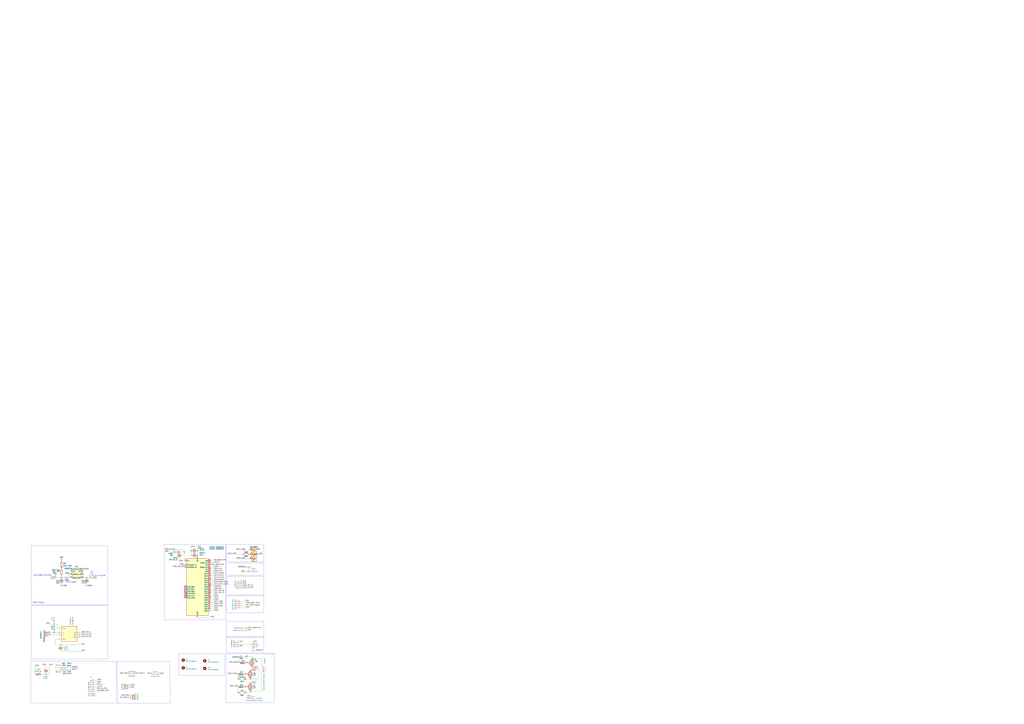
<source format=kicad_sch>
(kicad_sch (version 20211123) (generator eeschema)
  (paper "A0")
  (title_block (title "Smart Coffee Machine - Developer Board") (rev "0") (company "AeonLabs") (comment 1 "License Creative Commons 2022"))
  (lib_symbols
    (symbol "Connector:Conn_01x02_Female" (pin_names (offset 1.016) hide)
      (property "Reference" "J" (at 0 2.54 0))
      (property "Value" "Conn_01x02_Female" (at 0 -5.08 0))
      (symbol "Conn_01x02_Female_1_1"
        (arc (start 0 -2.032) (mid -0.508 -2.54) (end 0 -3.048) (stroke (width 0.1524)))
        (polyline (pts (xy -1.27 -2.54) (xy -0.508 -2.54)) (stroke (width 0.1524)))
        (polyline (pts (xy -1.27 0) (xy -0.508 0)) (stroke (width 0.1524)))
        (arc (start 0 0.508) (mid -0.508 0) (end 0 -0.508) (stroke (width 0.1524)))
        (pin passive line (at -5.08 0 0) (length 3.81) (name "Pin_1") (number "1"))
        (pin passive line (at -5.08 -2.54 0) (length 3.81) (name "Pin_2") (number "2"))
      )
    )
    (symbol "Connector:Conn_01x03_Female" (pin_names (offset 1.016) hide)
      (property "Reference" "J" (at 0 5.08 0))
      (property "Value" "Conn_01x03_Female" (at 0 -5.08 0))
      (symbol "Conn_01x03_Female_1_1"
        (arc (start 0 -2.032) (mid -0.508 -2.54) (end 0 -3.048) (stroke (width 0.1524)))
        (polyline (pts (xy -1.27 -2.54) (xy -0.508 -2.54)) (stroke (width 0.1524)))
        (polyline (pts (xy -1.27 0) (xy -0.508 0)) (stroke (width 0.1524)))
        (polyline (pts (xy -1.27 2.54) (xy -0.508 2.54)) (stroke (width 0.1524)))
        (arc (start 0 0.508) (mid -0.508 0) (end 0 -0.508) (stroke (width 0.1524)))
        (arc (start 0 3.048) (mid -0.508 2.54) (end 0 2.032) (stroke (width 0.1524)))
        (pin passive line (at -5.08 2.54 0) (length 3.81) (name "Pin_1") (number "1"))
        (pin passive line (at -5.08 0 0) (length 3.81) (name "Pin_2") (number "2"))
        (pin passive line (at -5.08 -2.54 0) (length 3.81) (name "Pin_3") (number "3"))
      )
    )
    (symbol "Connector:Conn_01x03_Male" (pin_names (offset 1.016) hide)
      (property "Reference" "J" (at 0 5.08 0))
      (property "Value" "Conn_01x03_Male" (at 0 -5.08 0))
      (symbol "Conn_01x03_Male_1_1"
        (polyline (pts (xy 1.27 -2.54) (xy 0.8636 -2.54)) (stroke (width 0.1524)))
        (polyline (pts (xy 1.27 0) (xy 0.8636 0)) (stroke (width 0.1524)))
        (polyline (pts (xy 1.27 2.54) (xy 0.8636 2.54)) (stroke (width 0.1524)))
        (rectangle (start 0.8636 -2.413) (end 0 -2.667) (stroke (width 0.1524)) (fill (type outline)))
        (rectangle (start 0.8636 0.127) (end 0 -0.127) (stroke (width 0.1524)) (fill (type outline)))
        (rectangle (start 0.8636 2.667) (end 0 2.413) (stroke (width 0.1524)) (fill (type outline)))
        (pin passive line (at 5.08 2.54 180) (length 3.81) (name "Pin_1") (number "1"))
        (pin passive line (at 5.08 0 180) (length 3.81) (name "Pin_2") (number "2"))
        (pin passive line (at 5.08 -2.54 180) (length 3.81) (name "Pin_3") (number "3"))
      )
    )
    (symbol "Connector:Conn_01x04_Male" (pin_names (offset 1.016) hide)
      (property "Reference" "J" (at 0 5.08 0))
      (property "Value" "Conn_01x04_Male" (at 0 -7.62 0))
      (symbol "Conn_01x04_Male_1_1"
        (polyline (pts (xy 1.27 -5.08) (xy 0.8636 -5.08)) (stroke (width 0.1524)))
        (polyline (pts (xy 1.27 -2.54) (xy 0.8636 -2.54)) (stroke (width 0.1524)))
        (polyline (pts (xy 1.27 0) (xy 0.8636 0)) (stroke (width 0.1524)))
        (polyline (pts (xy 1.27 2.54) (xy 0.8636 2.54)) (stroke (width 0.1524)))
        (rectangle (start 0.8636 -4.953) (end 0 -5.207) (stroke (width 0.1524)) (fill (type outline)))
        (rectangle (start 0.8636 -2.413) (end 0 -2.667) (stroke (width 0.1524)) (fill (type outline)))
        (rectangle (start 0.8636 0.127) (end 0 -0.127) (stroke (width 0.1524)) (fill (type outline)))
        (rectangle (start 0.8636 2.667) (end 0 2.413) (stroke (width 0.1524)) (fill (type outline)))
        (pin passive line (at 5.08 2.54 180) (length 3.81) (name "Pin_1") (number "1"))
        (pin passive line (at 5.08 0 180) (length 3.81) (name "Pin_2") (number "2"))
        (pin passive line (at 5.08 -2.54 180) (length 3.81) (name "Pin_3") (number "3"))
        (pin passive line (at 5.08 -5.08 180) (length 3.81) (name "Pin_4") (number "4"))
      )
    )
    (symbol "Connector:Conn_01x08_Male" (pin_names (offset 1.016) hide)
      (property "Reference" "J" (at 0 10.16 0))
      (property "Value" "Conn_01x08_Male" (at 0 -12.7 0))
      (symbol "Conn_01x08_Male_1_1"
        (polyline (pts (xy 1.27 -10.16) (xy 0.8636 -10.16)) (stroke (width 0.1524)))
        (polyline (pts (xy 1.27 -7.62) (xy 0.8636 -7.62)) (stroke (width 0.1524)))
        (polyline (pts (xy 1.27 -5.08) (xy 0.8636 -5.08)) (stroke (width 0.1524)))
        (polyline (pts (xy 1.27 -2.54) (xy 0.8636 -2.54)) (stroke (width 0.1524)))
        (polyline (pts (xy 1.27 0) (xy 0.8636 0)) (stroke (width 0.1524)))
        (polyline (pts (xy 1.27 2.54) (xy 0.8636 2.54)) (stroke (width 0.1524)))
        (polyline (pts (xy 1.27 5.08) (xy 0.8636 5.08)) (stroke (width 0.1524)))
        (polyline (pts (xy 1.27 7.62) (xy 0.8636 7.62)) (stroke (width 0.1524)))
        (rectangle (start 0.8636 -10.033) (end 0 -10.287) (stroke (width 0.1524)) (fill (type outline)))
        (rectangle (start 0.8636 -7.493) (end 0 -7.747) (stroke (width 0.1524)) (fill (type outline)))
        (rectangle (start 0.8636 -4.953) (end 0 -5.207) (stroke (width 0.1524)) (fill (type outline)))
        (rectangle (start 0.8636 -2.413) (end 0 -2.667) (stroke (width 0.1524)) (fill (type outline)))
        (rectangle (start 0.8636 0.127) (end 0 -0.127) (stroke (width 0.1524)) (fill (type outline)))
        (rectangle (start 0.8636 2.667) (end 0 2.413) (stroke (width 0.1524)) (fill (type outline)))
        (rectangle (start 0.8636 5.207) (end 0 4.953) (stroke (width 0.1524)) (fill (type outline)))
        (rectangle (start 0.8636 7.747) (end 0 7.493) (stroke (width 0.1524)) (fill (type outline)))
        (pin passive line (at 5.08 7.62 180) (length 3.81) (name "Pin_1") (number "1"))
        (pin passive line (at 5.08 5.08 180) (length 3.81) (name "Pin_2") (number "2"))
        (pin passive line (at 5.08 2.54 180) (length 3.81) (name "Pin_3") (number "3"))
        (pin passive line (at 5.08 0 180) (length 3.81) (name "Pin_4") (number "4"))
        (pin passive line (at 5.08 -2.54 180) (length 3.81) (name "Pin_5") (number "5"))
        (pin passive line (at 5.08 -5.08 180) (length 3.81) (name "Pin_6") (number "6"))
        (pin passive line (at 5.08 -7.62 180) (length 3.81) (name "Pin_7") (number "7"))
        (pin passive line (at 5.08 -10.16 180) (length 3.81) (name "Pin_8") (number "8"))
      )
    )
    (symbol "Connector:Screw_Terminal_01x02" (pin_names (offset 1.016) hide)
      (property "Reference" "J" (at 0 2.54 0))
      (property "Value" "Screw_Terminal_01x02" (at 0 -5.08 0))
      (symbol "Screw_Terminal_01x02_1_1"
        (rectangle (start -1.27 1.27) (end 1.27 -3.81) (stroke (width 0.254)) (fill (type background)))
        (circle (center 0 -2.54) (radius 0.635) (stroke (width 0.1524)))
        (polyline (pts (xy -0.5334 -2.2098) (xy 0.3302 -3.048)) (stroke (width 0.1524)))
        (polyline (pts (xy -0.5334 0.3302) (xy 0.3302 -0.508)) (stroke (width 0.1524)))
        (polyline (pts (xy -0.3556 -2.032) (xy 0.508 -2.8702)) (stroke (width 0.1524)))
        (polyline (pts (xy -0.3556 0.508) (xy 0.508 -0.3302)) (stroke (width 0.1524)))
        (circle (center 0 0) (radius 0.635) (stroke (width 0.1524)))
        (pin passive line (at -5.08 0 0) (length 3.81) (name "Pin_1") (number "1"))
        (pin passive line (at -5.08 -2.54 0) (length 3.81) (name "Pin_2") (number "2"))
      )
    )
    (symbol "Connector:TestPoint" (pin_numbers hide) (pin_names (offset 0.762) hide)
      (property "Reference" "TP" (at 0 6.858 0))
      (property "Value" "TestPoint" (at 0 5.08 0))
      (symbol "TestPoint_0_1"
        (circle (center 0 3.302) (radius 0.762))
      )
      (symbol "TestPoint_1_1"
        (pin passive line (at 0 0 90) (length 2.54) (name "1") (number "1"))
      )
    )
    (symbol "Connector:TestPoint_2Pole" (pin_names (offset 0.762) hide)
      (property "Reference" "TP" (at 0 1.524 0))
      (property "Value" "TestPoint_2Pole" (at 0 -1.778 0))
      (symbol "TestPoint_2Pole_0_1"
        (circle (center -1.778 0) (radius 0.762))
        (circle (center 1.778 0) (radius 0.762))
        (pin passive line (at -5.08 0 0) (length 2.54) (name "1") (number "1"))
        (pin passive line (at 5.08 0 180) (length 2.54) (name "2") (number "2"))
      )
    )
    (symbol "Device:Buzzer" (pin_names (offset 0.0254) hide)
      (property "Reference" "BZ" (at 3.81 1.27 0))
      (property "Value" "Buzzer" (at 3.81 -1.27 0))
      (symbol "Buzzer_0_1"
        (arc (start 0 -3.175) (mid 3.175 0) (end 0 3.175))
        (polyline (pts (xy -1.651 1.905) (xy -1.143 1.905)))
        (polyline (pts (xy -1.397 2.159) (xy -1.397 1.651)))
        (polyline (pts (xy 0 3.175) (xy 0 -3.175)))
      )
      (symbol "Buzzer_1_1"
        (pin passive line (at -2.54 2.54 0) (length 2.54) (name "-") (number "1"))
        (pin passive line (at -2.54 -2.54 0) (length 2.54) (name "+") (number "2"))
      )
    )
    (symbol "Device:C" (pin_numbers hide) (pin_names (offset 0.254))
      (property "Reference" "C" (at 0.635 2.54 0))
      (property "Value" "C" (at 0.635 -2.54 0))
      (symbol "C_0_1"
        (polyline (pts (xy -2.032 -0.762) (xy 2.032 -0.762)) (stroke (width 0.508)))
        (polyline (pts (xy -2.032 0.762) (xy 2.032 0.762)) (stroke (width 0.508)))
      )
      (symbol "C_1_1"
        (pin passive line (at 0 3.81 270) (length 2.794) (name "~") (number "1"))
        (pin passive line (at 0 -3.81 90) (length 2.794) (name "~") (number "2"))
      )
    )
    (symbol "Device:L" (pin_numbers hide) (pin_names (offset 1.016) hide)
      (property "Reference" "L" (at -1.27 0 90))
      (property "Value" "L" (at 1.905 0 90))
      (symbol "L_0_1"
        (arc (start 0 -2.54) (mid 0.635 -1.905) (end 0 -1.27))
        (arc (start 0 -1.27) (mid 0.635 -0.635) (end 0 0))
        (arc (start 0 0) (mid 0.635 0.635) (end 0 1.27))
        (arc (start 0 1.27) (mid 0.635 1.905) (end 0 2.54))
      )
      (symbol "L_1_1"
        (pin passive line (at 0 3.81 270) (length 1.27) (name "1") (number "1"))
        (pin passive line (at 0 -3.81 90) (length 1.27) (name "2") (number "2"))
      )
    )
    (symbol "Device:LED_GBRC" (pin_names (offset 0) hide)
      (property "Reference" "D" (at 0 9.398 0))
      (property "Value" "Device_LED_GBRC" (at 0 -8.89 0))
      (symbol "LED_GBRC_0_0"
        (text "B" (at 1.905 -6.35 0) (effects (font (size 1.27 1.27))))
        (text "G" (at 1.905 -1.27 0) (effects (font (size 1.27 1.27))))
        (text "R" (at 1.905 3.81 0) (effects (font (size 1.27 1.27))))
      )
      (symbol "LED_GBRC_0_1"
        (circle (center -2.032 0) (radius 0.254) (fill (type outline)))
        (polyline (pts (xy -1.27 -5.08) (xy 1.27 -5.08)))
        (polyline (pts (xy -1.27 -3.81) (xy -1.27 -6.35)) (stroke (width 0.254)))
        (polyline (pts (xy -1.27 0) (xy -2.54 0)))
        (polyline (pts (xy -1.27 1.27) (xy -1.27 -1.27)) (stroke (width 0.254)))
        (polyline (pts (xy -1.27 5.08) (xy 1.27 5.08)))
        (polyline (pts (xy -1.27 6.35) (xy -1.27 3.81)) (stroke (width 0.254)))
        (polyline (pts (xy 1.27 -5.08) (xy 2.54 -5.08)))
        (polyline (pts (xy 1.27 0) (xy -1.27 0)))
        (polyline (pts (xy 1.27 0) (xy 2.54 0)))
        (polyline (pts (xy 1.27 5.08) (xy 2.54 5.08)))
        (polyline (pts (xy -1.27 1.27) (xy -1.27 -1.27) (xy -1.27 -1.27)))
        (polyline (pts (xy -1.27 6.35) (xy -1.27 3.81) (xy -1.27 3.81)))
        (polyline (pts (xy -1.27 5.08) (xy -2.032 5.08) (xy -2.032 -5.08) (xy -1.016 -5.08)))
        (polyline (pts (xy 1.27 -3.81) (xy 1.27 -6.35) (xy -1.27 -5.08) (xy 1.27 -3.81)) (stroke (width 0.254)))
        (polyline (pts (xy 1.27 1.27) (xy 1.27 -1.27) (xy -1.27 0) (xy 1.27 1.27)) (stroke (width 0.254)))
        (polyline (pts (xy 1.27 6.35) (xy 1.27 3.81) (xy -1.27 5.08) (xy 1.27 6.35)) (stroke (width 0.254)))
        (polyline (pts (xy -1.016 -3.81) (xy 0.508 -2.286) (xy -0.254 -2.286) (xy 0.508 -2.286) (xy 0.508 -3.048)))
        (polyline (pts (xy -1.016 1.27) (xy 0.508 2.794) (xy -0.254 2.794) (xy 0.508 2.794) (xy 0.508 2.032)))
        (polyline (pts (xy -1.016 6.35) (xy 0.508 7.874) (xy -0.254 7.874) (xy 0.508 7.874) (xy 0.508 7.112)))
        (polyline (pts (xy 0 -3.81) (xy 1.524 -2.286) (xy 0.762 -2.286) (xy 1.524 -2.286) (xy 1.524 -3.048)))
        (polyline (pts (xy 0 1.27) (xy 1.524 2.794) (xy 0.762 2.794) (xy 1.524 2.794) (xy 1.524 2.032)))
        (polyline (pts (xy 0 6.35) (xy 1.524 7.874) (xy 0.762 7.874) (xy 1.524 7.874) (xy 1.524 7.112)))
        (rectangle (start 1.27 -1.27) (end 1.27 1.27))
        (rectangle (start 1.27 1.27) (end 1.27 1.27))
        (rectangle (start 1.27 3.81) (end 1.27 6.35))
        (rectangle (start 1.27 6.35) (end 1.27 6.35))
        (rectangle (start 2.794 8.382) (end -2.794 -7.62) (stroke (width 0.254)) (fill (type background)))
      )
      (symbol "LED_GBRC_1_1"
        (pin passive line (at 5.08 0 180) (length 2.54) (name "GA") (number "1"))
        (pin passive line (at 5.08 -5.08 180) (length 2.54) (name "BA") (number "2"))
        (pin passive line (at 5.08 5.08 180) (length 2.54) (name "RA") (number "3"))
        (pin passive line (at -5.08 0 0) (length 2.54) (name "K") (number "4"))
      )
    )
    (symbol "Device:Polyfuse" (pin_numbers hide) (pin_names (offset 0))
      (property "Reference" "F" (at -2.54 0 90))
      (property "Value" "Polyfuse" (at 2.54 0 90))
      (symbol "Polyfuse_0_1"
        (rectangle (start -0.762 2.54) (end 0.762 -2.54) (stroke (width 0.254)))
        (polyline (pts (xy 0 2.54) (xy 0 -2.54)))
        (polyline (pts (xy -1.524 2.54) (xy -1.524 1.524) (xy 1.524 -1.524) (xy 1.524 -2.54)))
      )
      (symbol "Polyfuse_1_1"
        (pin passive line (at 0 3.81 270) (length 1.27) (name "~") (number "1"))
        (pin passive line (at 0 -3.81 90) (length 1.27) (name "~") (number "2"))
      )
    )
    (symbol "Device:R" (pin_numbers hide) (pin_names (offset 0))
      (property "Reference" "R" (at 2.032 0 90))
      (property "Value" "R" (at 0 0 90))
      (symbol "R_0_1"
        (rectangle (start -1.016 -2.54) (end 1.016 2.54) (stroke (width 0.254)))
      )
      (symbol "R_1_1"
        (pin passive line (at 0 3.81 270) (length 1.27) (name "~") (number "1"))
        (pin passive line (at 0 -3.81 90) (length 1.27) (name "~") (number "2"))
      )
    )
    (symbol "MAX6675:MAX6675" (pin_names (offset 1.016))
      (property "Reference" "IC" (at 10.16 7.62 0))
      (property "Value" "MAX6675_MAX6675" (at -7.62 -15.24 0))
      (symbol "MAX6675_0_0"
        (rectangle (start -7.62 -12.7) (end 10.16 5.08) (stroke (width 0.254)) (fill (type background)))
        (pin power_in line (at -12.7 2.54 0) (length 5.08) (name "GND") (number "1"))
        (pin input line (at -12.7 -2.54 0) (length 5.08) (name "T-") (number "2"))
        (pin input line (at -12.7 -5.08 0) (length 5.08) (name "T+") (number "3"))
        (pin power_in line (at -12.7 -10.16 0) (length 5.08) (name "VCC") (number "4"))
        (pin input line (at 15.24 -7.62 180) (length 5.08) (name "SCK") (number "5"))
        (pin input line (at 15.24 -5.08 180) (length 5.08) (name "/CS") (number "6"))
        (pin output line (at 15.24 -2.54 180) (length 5.08) (name "DO") (number "7"))
      )
    )
    (symbol "Mechanical:MountingHole" (pin_names (offset 1.016))
      (property "Reference" "H" (at 0 5.08 0))
      (property "Value" "MountingHole" (at 0 3.175 0))
      (symbol "MountingHole_0_1"
        (circle (center 0 0) (radius 1.27) (stroke (width 1.27)))
      )
    )
    (symbol "Power_Management:AUR9718x_DFN_3x3mm_6_pin"
      (property "Reference" "U" (at -5.842 8.636 0))
      (property "Value" "AUR9718x_DFN_3x3mm_6_pin" (at -15.748 18.288 0))
      (symbol "AUR9718x_DFN_3x3mm_6_pin_0_1"
        (rectangle (start -7.62 5.08) (end 2.54 -5.08) (stroke (width 0.254)) (fill (type background)))
      )
      (symbol "AUR9718x_DFN_3x3mm_6_pin_1_1"
        (pin input line (at -10.16 3.048 0) (length 2.54) (name "FB") (number "1"))
        (pin output line (at -10.16 -0.254 0) (length 2.54) (name "GND") (number "2"))
        (pin bidirectional line (at -10.16 -4.064 0) (length 2.54) (name "SW") (number "3"))
        (pin input line (at 5.08 -4.064 180) (length 2.54) (name "VIN_SW") (number "4"))
        (pin power_out line (at 5.08 -0.254 180) (length 2.54) (name "VIN_A") (number "5"))
        (pin power_in line (at 5.08 3.048 180) (length 2.54) (name "EN") (number "6"))
      )
    )
    (symbol "RF_Module:ESP32-WROOM-32"
      (property "Reference" "U" (at -12.7 34.29 0))
      (property "Value" "ESP32-WROOM-32" (at 1.27 34.29 0))
      (symbol "ESP32-WROOM-32_0_1"
        (rectangle (start -12.7 33.02) (end 12.7 -33.02) (stroke (width 0.254)) (fill (type background)))
      )
      (symbol "ESP32-WROOM-32_1_1"
        (pin power_in line (at 0 -35.56 90) (length 2.54) (name "GND") (number "1"))
        (pin bidirectional line (at 15.24 -12.7 180) (length 2.54) (name "IO25") (number "10"))
        (pin bidirectional line (at 15.24 -15.24 180) (length 2.54) (name "IO26") (number "11"))
        (pin bidirectional line (at 15.24 -17.78 180) (length 2.54) (name "IO27") (number "12"))
        (pin bidirectional line (at 15.24 10.16 180) (length 2.54) (name "IO14") (number "13"))
        (pin bidirectional line (at 15.24 15.24 180) (length 2.54) (name "IO12") (number "14"))
        (pin passive line (at 0 -35.56 90) (length 2.54) hide (name "GND") (number "15"))
        (pin bidirectional line (at 15.24 12.7 180) (length 2.54) (name "IO13") (number "16"))
        (pin bidirectional line (at -15.24 -5.08 0) (length 2.54) (name "SHD/SD2") (number "17"))
        (pin bidirectional line (at -15.24 -7.62 0) (length 2.54) (name "SWP/SD3") (number "18"))
        (pin bidirectional line (at -15.24 -12.7 0) (length 2.54) (name "SCS/CMD") (number "19"))
        (pin power_in line (at 0 35.56 270) (length 2.54) (name "VDD") (number "2"))
        (pin bidirectional line (at -15.24 -10.16 0) (length 2.54) (name "SCK/CLK") (number "20"))
        (pin bidirectional line (at -15.24 0 0) (length 2.54) (name "SDO/SD0") (number "21"))
        (pin bidirectional line (at -15.24 -2.54 0) (length 2.54) (name "SDI/SD1") (number "22"))
        (pin bidirectional line (at 15.24 7.62 180) (length 2.54) (name "IO15") (number "23"))
        (pin bidirectional line (at 15.24 25.4 180) (length 2.54) (name "IO2") (number "24"))
        (pin bidirectional line (at 15.24 30.48 180) (length 2.54) (name "IO0") (number "25"))
        (pin bidirectional line (at 15.24 20.32 180) (length 2.54) (name "IO4") (number "26"))
        (pin bidirectional line (at 15.24 5.08 180) (length 2.54) (name "IO16") (number "27"))
        (pin bidirectional line (at 15.24 2.54 180) (length 2.54) (name "IO17") (number "28"))
        (pin bidirectional line (at 15.24 17.78 180) (length 2.54) (name "IO5") (number "29"))
        (pin input line (at -15.24 30.48 0) (length 2.54) (name "EN") (number "3"))
        (pin bidirectional line (at 15.24 0 180) (length 2.54) (name "IO18") (number "30"))
        (pin bidirectional line (at 15.24 -2.54 180) (length 2.54) (name "IO19") (number "31"))
        (pin no_connect line (at -12.7 -27.94 0) (length 2.54) hide (name "NC") (number "32"))
        (pin bidirectional line (at 15.24 -5.08 180) (length 2.54) (name "IO21") (number "33"))
        (pin bidirectional line (at 15.24 22.86 180) (length 2.54) (name "RXD0/IO3") (number "34"))
        (pin bidirectional line (at 15.24 27.94 180) (length 2.54) (name "TXD0/IO1") (number "35"))
        (pin bidirectional line (at 15.24 -7.62 180) (length 2.54) (name "IO22") (number "36"))
        (pin bidirectional line (at 15.24 -10.16 180) (length 2.54) (name "IO23") (number "37"))
        (pin passive line (at 0 -35.56 90) (length 2.54) hide (name "GND") (number "38"))
        (pin passive line (at 0 -35.56 90) (length 2.54) hide (name "GND") (number "39"))
        (pin input line (at -15.24 25.4 0) (length 2.54) (name "SENSOR_VP") (number "4"))
        (pin input line (at -15.24 22.86 0) (length 2.54) (name "SENSOR_VN") (number "5"))
        (pin input line (at 15.24 -25.4 180) (length 2.54) (name "IO34") (number "6"))
        (pin input line (at 15.24 -27.94 180) (length 2.54) (name "IO35") (number "7"))
        (pin bidirectional line (at 15.24 -20.32 180) (length 2.54) (name "IO32") (number "8"))
        (pin bidirectional line (at 15.24 -22.86 180) (length 2.54) (name "IO33") (number "9"))
      )
    )
    (symbol "Transistor_FET:BSS138" (pin_names hide)
      (property "Reference" "Q" (at 5.08 1.905 0))
      (property "Value" "BSS138" (at 5.08 0 0))
      (symbol "BSS138_0_1"
        (polyline (pts (xy 0.254 0) (xy -2.54 0)))
        (polyline (pts (xy 0.254 1.905) (xy 0.254 -1.905)) (stroke (width 0.254)))
        (polyline (pts (xy 0.762 -1.27) (xy 0.762 -2.286)) (stroke (width 0.254)))
        (polyline (pts (xy 0.762 0.508) (xy 0.762 -0.508)) (stroke (width 0.254)))
        (polyline (pts (xy 0.762 2.286) (xy 0.762 1.27)) (stroke (width 0.254)))
        (polyline (pts (xy 2.54 2.54) (xy 2.54 1.778)))
        (polyline (pts (xy 2.54 -2.54) (xy 2.54 0) (xy 0.762 0)))
        (polyline (pts (xy 0.762 -1.778) (xy 3.302 -1.778) (xy 3.302 1.778) (xy 0.762 1.778)))
        (polyline (pts (xy 1.016 0) (xy 2.032 0.381) (xy 2.032 -0.381) (xy 1.016 0)) (fill (type outline)))
        (polyline (pts (xy 2.794 0.508) (xy 2.921 0.381) (xy 3.683 0.381) (xy 3.81 0.254)))
        (polyline (pts (xy 3.302 0.381) (xy 2.921 -0.254) (xy 3.683 -0.254) (xy 3.302 0.381)))
        (circle (center 1.651 0) (radius 2.794) (stroke (width 0.254)))
        (circle (center 2.54 -1.778) (radius 0.254) (fill (type outline)))
        (circle (center 2.54 1.778) (radius 0.254) (fill (type outline)))
      )
      (symbol "BSS138_1_1"
        (pin input line (at -5.08 0 0) (length 2.54) (name "G") (number "1"))
        (pin passive line (at 2.54 -5.08 90) (length 2.54) (name "S") (number "2"))
        (pin passive line (at 2.54 5.08 270) (length 2.54) (name "D") (number "3"))
      )
    )
    (symbol "power:GND" (power) (pin_names (offset 0))
      (property "Value" "GND" (at 0 -3.81 0))
      (symbol "GND_0_1"
        (polyline (pts (xy 0 0) (xy 0 -1.27) (xy 1.27 -1.27) (xy 0 -2.54) (xy -1.27 -1.27) (xy 0 -1.27)))
      )
      (symbol "GND_1_1"
        (pin power_in line (at 0 0 270) (length 0) hide (name "GND") (number "1"))
      )
    )
  )
  (junction (at 294.386 756.412))
  (junction (at 214.122 641.35))
  (junction (at 229.362 645.16))
  (junction (at 53.34 783.336))
  (junction (at 96.647 667.258))
  (junction (at 96.647 671.068))
  (junction (at 208.28 641.35))
  (junction (at 291.338 788.543))
  (junction (at 62.738 735.33))
  (junction (at 62.738 725.17))
  (junction (at 71.374 659.511))
  (junction (at 221.742 639.826))
  (junction (at 229.362 639.826))
  (junction (at 104.775 671.068))
  (junction (at 291.338 803.148))
  (junction (at 71.374 659.638))
  (junction (at 293.116 765.175))
  (junction (at 70.358 749.3))
  (junction (at 71.374 671.068))
  (junction (at 100.711 671.068))
  (no_connect (at 214.122 681.99))
  (no_connect (at 214.122 694.69))
  (no_connect (at 109.982 805.942))
  (no_connect (at 109.982 808.482))
  (no_connect (at 214.122 687.07))
  (no_connect (at 214.122 692.15))
  (no_connect (at 214.122 689.61))
  (no_connect (at 214.122 684.53))
  (wire (pts (xy 78.232 778.51) (xy 83.312 778.51)))
  (wire (pts (xy 244.602 689.61) (xy 248.412 689.61)))
  (wire (pts (xy 303.911 803.148) (xy 303.911 780.542)))
  (polyline (pts (xy 124.968 765.81) (xy 124.968 703.58)))
  (wire (pts (xy 100.711 671.068) (xy 104.775 671.068)))
  (wire (pts (xy 276.352 659.384) (xy 286.766 659.384)))
  (wire (pts (xy 244.602 704.85) (xy 248.412 704.85)))
  (wire (pts (xy 244.602 669.29) (xy 248.412 669.29)))
  (wire (pts (xy 244.602 666.75) (xy 248.412 666.75)))
  (polyline (pts (xy 35.814 768.604) (xy 134.874 768.604)))
  (wire (pts (xy 96.647 667.258) (xy 96.647 671.068)))
  (wire (pts (xy 66.548 730.25) (xy 66.548 725.17)))
  (wire (pts (xy 244.602 687.07) (xy 248.412 687.07)))
  (polyline (pts (xy 306.07 632.714) (xy 262.89 632.714)))
  (wire (pts (xy 94.488 749.3) (xy 70.358 749.3)))
  (wire (pts (xy 286.258 789.305) (xy 291.338 789.305)))
  (wire (pts (xy 57.15 773.176) (xy 57.15 783.336)))
  (wire (pts (xy 276.098 798.068) (xy 276.098 805.18)))
  (wire (pts (xy 221.742 636.016) (xy 221.742 639.826)))
  (wire (pts (xy 244.602 651.51) (xy 248.412 651.51)))
  (polyline (pts (xy 262.763 759.714) (xy 262.255 816.61)))
  (wire (pts (xy 66.548 725.17) (xy 62.738 725.17)))
  (wire (pts (xy 294.386 756.412) (xy 296.926 756.412)))
  (polyline (pts (xy 306.07 691.134) (xy 306.07 669.544)))
  (wire (pts (xy 244.602 681.99) (xy 248.412 681.99)))
  (wire (pts (xy 214.122 641.35) (xy 214.122 651.51)))
  (wire (pts (xy 291.338 803.148) (xy 303.911 803.148)))
  (wire (pts (xy 53.34 783.336) (xy 57.15 783.336)))
  (wire (pts (xy 291.338 805.18) (xy 291.338 803.148)))
  (wire (pts (xy 64.77 775.97) (xy 69.342 775.97)))
  (polyline (pts (xy 262.89 721.741) (xy 306.07 721.741)))
  (wire (pts (xy 66.548 737.87) (xy 58.928 737.87)))
  (wire (pts (xy 244.602 702.31) (xy 248.412 702.31)))
  (polyline (pts (xy 262.89 740.664) (xy 262.89 758.698)))
  (wire (pts (xy 109.982 795.782) (xy 113.03 795.782)))
  (polyline (pts (xy 124.968 702.564) (xy 124.968 633.984)))
  (wire (pts (xy 293.116 763.016) (xy 293.116 765.175)))
  (wire (pts (xy 244.602 671.83) (xy 248.412 671.83)))
  (polyline (pts (xy 262.255 816.61) (xy 318.135 816.737)))
  (polyline (pts (xy 306.07 692.404) (xy 306.197 711.962)))
  (wire (pts (xy 229.362 645.16) (xy 229.362 646.43)))
  (wire (pts (xy 299.72 644.144) (xy 304.8 644.144)))
  (polyline (pts (xy 36.068 765.81) (xy 124.968 765.81)))
  (wire (pts (xy 40.64 783.336) (xy 40.64 774.446)))
  (wire (pts (xy 281.94 644.144) (xy 274.32 644.144)))
  (wire (pts (xy 244.602 659.13) (xy 248.412 659.13)))
  (wire (pts (xy 109.982 793.242) (xy 113.03 793.242)))
  (wire (pts (xy 71.374 659.638) (xy 71.374 659.511)))
  (wire (pts (xy 70.358 749.3) (xy 64.008 749.3)))
  (wire (pts (xy 279.4 706.374) (xy 285.496 706.374)))
  (polyline (pts (xy 306.07 653.034) (xy 306.07 632.714)))
  (wire (pts (xy 229.362 717.55) (xy 244.602 717.55)))
  (polyline (pts (xy 207.772 784.86) (xy 207.772 759.46)))
  (polyline (pts (xy 262.89 669.544) (xy 262.89 691.134)))
  (wire (pts (xy 104.775 671.068) (xy 106.299 671.068)))
  (polyline (pts (xy 262.89 668.274) (xy 306.07 668.274)))
  (wire (pts (xy 96.647 663.956) (xy 96.647 667.258)))
  (polyline (pts (xy 36.068 703.58) (xy 36.068 765.81)))
  (polyline (pts (xy 306.197 711.962) (xy 263.017 711.962)))
  (polyline (pts (xy 35.814 816.864) (xy 134.874 816.864)))
  (polyline (pts (xy 262.89 721.741) (xy 262.89 739.775)))
  (wire (pts (xy 109.982 800.862) (xy 112.776 800.862)))
  (wire (pts (xy 65.024 778.51) (xy 69.342 778.51)))
  (wire (pts (xy 65.024 778.51) (xy 65.024 781.812)))
  (wire (pts (xy 71.374 659.511) (xy 81.407 659.511)))
  (polyline (pts (xy 306.07 740.664) (xy 306.07 758.698)))
  (wire (pts (xy 78.232 775.97) (xy 83.312 775.97)))
  (polyline (pts (xy 207.772 759.46) (xy 261.112 759.46)))
  (wire (pts (xy 291.338 789.305) (xy 291.338 788.543)))
  (wire (pts (xy 71.374 661.162) (xy 71.374 659.638)))
  (polyline (pts (xy 262.382 720.09) (xy 261.874 632.714)))
  (polyline (pts (xy 262.89 654.304) (xy 262.89 668.274)))
  (polyline (pts (xy 262.89 692.404) (xy 263.017 711.962)))
  (wire (pts (xy 293.116 765.175) (xy 303.911 765.175)))
  (wire (pts (xy 276.098 783.463) (xy 276.098 789.305)))
  (wire (pts (xy 244.602 664.21) (xy 248.412 664.21)))
  (wire (pts (xy 244.602 679.45) (xy 248.412 679.45)))
  (wire (pts (xy 208.28 641.35) (xy 214.122 641.35)))
  (wire (pts (xy 244.602 676.91) (xy 248.412 676.91)))
  (polyline (pts (xy 197.104 768.604) (xy 197.612 817.118)))
  (polyline (pts (xy 262.89 740.664) (xy 306.07 740.664)))
  (polyline (pts (xy 262.89 632.714) (xy 262.89 653.034)))
  (wire (pts (xy 208.28 648.97) (xy 208.28 652.526)))
  (polyline (pts (xy 35.814 768.604) (xy 35.814 816.864)))
  (polyline (pts (xy 36.068 702.564) (xy 124.968 702.564)))
  (wire (pts (xy 62.738 725.17) (xy 57.658 725.17)))
  (wire (pts (xy 280.162 664.464) (xy 286.766 664.464)))
  (wire (pts (xy 73.787 671.068) (xy 71.374 671.068)))
  (wire (pts (xy 229.362 639.826) (xy 229.362 645.16)))
  (wire (pts (xy 48.26 783.336) (xy 53.34 783.336)))
  (wire (pts (xy 244.602 707.39) (xy 248.412 707.39)))
  (wire (pts (xy 221.742 639.826) (xy 221.742 645.16)))
  (polyline (pts (xy 124.968 633.984) (xy 36.068 633.984)))
  (polyline (pts (xy 262.89 653.034) (xy 306.07 653.034)))
  (polyline (pts (xy 136.652 817.118) (xy 136.144 768.604)))
  (wire (pts (xy 299.847 778.002) (xy 303.911 778.002)))
  (wire (pts (xy 303.911 765.175) (xy 303.911 775.462)))
  (wire (pts (xy 64.77 773.938) (xy 64.77 775.97)))
  (wire (pts (xy 279.4 703.834) (xy 285.242 703.834)))
  (polyline (pts (xy 262.89 691.134) (xy 306.07 691.134)))
  (polyline (pts (xy 124.968 703.58) (xy 36.068 703.58)))
  (polyline (pts (xy 306.07 654.304) (xy 262.89 654.304)))
  (wire (pts (xy 64.008 742.95) (xy 66.548 742.95)))
  (polyline (pts (xy 318.135 816.737) (xy 318.643 759.841)))
  (wire (pts (xy 299.847 788.543) (xy 299.847 778.002)))
  (wire (pts (xy 81.407 663.956) (xy 81.407 659.511)))
  (wire (pts (xy 286.258 805.18) (xy 291.338 805.18)))
  (wire (pts (xy 64.897 671.068) (xy 71.374 671.068)))
  (polyline (pts (xy 261.112 784.86) (xy 207.772 784.86)))
  (polyline (pts (xy 261.112 759.46) (xy 261.112 784.86)))
  (wire (pts (xy 279.4 698.754) (xy 285.242 698.754)))
  (polyline (pts (xy 262.89 758.698) (xy 306.07 758.698)))
  (wire (pts (xy 277.876 748.792) (xy 291.846 748.792)))
  (wire (pts (xy 244.602 692.15) (xy 248.412 692.15)))
  (wire (pts (xy 53.34 775.716) (xy 53.34 773.176)))
  (polyline (pts (xy 318.643 759.841) (xy 262.763 759.714)))
  (wire (pts (xy 294.386 756.412) (xy 291.846 756.412)))
  (polyline (pts (xy 318.643 759.841) (xy 305.689 759.714)))
  (wire (pts (xy 109.982 790.702) (xy 113.03 790.702)))
  (wire (pts (xy 244.602 684.53) (xy 248.412 684.53)))
  (wire (pts (xy 64.008 742.95) (xy 64.008 749.3)))
  (wire (pts (xy 291.846 748.792) (xy 291.846 756.412)))
  (wire (pts (xy 96.647 671.068) (xy 100.711 671.068)))
  (polyline (pts (xy 190.5 632.714) (xy 191.008 720.09)))
  (wire (pts (xy 289.56 639.064) (xy 274.32 639.064)))
  (polyline (pts (xy 306.07 669.544) (xy 262.89 669.544)))
  (wire (pts (xy 294.386 753.872) (xy 294.386 756.412)))
  (wire (pts (xy 62.738 735.33) (xy 58.928 735.33)))
  (wire (pts (xy 244.602 694.69) (xy 248.412 694.69)))
  (polyline (pts (xy 306.07 721.741) (xy 306.07 739.775)))
  (polyline (pts (xy 136.652 817.118) (xy 197.612 817.118)))
  (wire (pts (xy 244.602 654.05) (xy 248.412 654.05)))
  (wire (pts (xy 71.374 671.068) (xy 71.374 668.782)))
  (polyline (pts (xy 136.144 768.604) (xy 197.104 768.604)))
  (polyline (pts (xy 36.068 633.984) (xy 36.068 702.564)))
  (wire (pts (xy 94.488 756.92) (xy 70.358 756.92)))
  (wire (pts (xy 244.602 674.37) (xy 248.412 674.37)))
  (wire (pts (xy 288.036 763.016) (xy 293.116 763.016)))
  (wire (pts (xy 191.77 638.81) (xy 214.122 638.81)))
  (wire (pts (xy 277.876 763.016) (xy 277.876 770.255)))
  (polyline (pts (xy 262.89 739.775) (xy 306.07 739.775)))
  (wire (pts (xy 274.32 649.224) (xy 289.56 649.224)))
  (wire (pts (xy 244.602 709.93) (xy 248.412 709.93)))
  (wire (pts (xy 291.338 788.543) (xy 299.847 788.543)))
  (wire (pts (xy 214.122 638.81) (xy 214.122 641.35)))
  (polyline (pts (xy 190.5 632.714) (xy 261.874 632.714)))
  (wire (pts (xy 244.602 661.67) (xy 248.412 661.67)))
  (wire (pts (xy 109.982 803.402) (xy 112.776 803.402)))
  (polyline (pts (xy 306.07 692.404) (xy 262.89 692.404)))
  (polyline (pts (xy 134.874 768.604) (xy 134.874 816.864)))
  (wire (pts (xy 229.362 635.762) (xy 229.362 639.826)))
  (wire (pts (xy 191.77 641.35) (xy 200.66 641.35)))
  (polyline (pts (xy 191.008 720.09) (xy 262.382 720.09)))
  (wire (pts (xy 109.982 798.322) (xy 113.03 798.322)))
  (wire (pts (xy 279.4 701.294) (xy 285.242 701.294)))
  (wire (pts (xy 244.602 699.77) (xy 248.412 699.77)))
  (wire (pts (xy 66.548 735.33) (xy 62.738 735.33)))
  (wire (pts (xy 244.602 697.23) (xy 248.412 697.23)))
  (polyline (pts (xy 306.07 668.274) (xy 306.07 654.304)))
  (text "Vout=0.8x(1+R1/R2)" (at 38.735 669.163 0) (effects (font (size 1.27 1.27) italic) (justify left bottom)))
  (text "1uF to 6.8uF" (at 76.327 677.164 0) (effects (font (size 1.27 1.27) italic) (justify left bottom)))
  (text "Power Supply" (at 38.1 700.786 0) (effects (font (size 1.27 1.27)) (justify left bottom)))
  (text "VIN 2.7V to 5.5V" (at 106.172 669.544 0) (effects (font (size 1.27 1.27) italic) (justify left bottom)))
  (label "IO13_MX_SK" (at 248.412 669.29 0))
  (label "3V3" (at 229.362 635.762 0))
  (label "IO16_U2RX_nexTx" (at 285.242 701.294 0))
  (label "IO0_BOOT_DTR" (at 248.412 651.51 0))
  (label "IO36_" (at 214.122 656.59 180))
  (label "GND" (at 175.26 783.336 180))
  (label "IO27_LEDB" (at 248.412 699.77 0))
  (label "IO01TX" (at 83.312 778.51 0))
  (label "GND" (at 57.658 725.17 180))
  (label "IO15_grinder" (at 277.876 770.255 180))
  (label "GND" (at 280.162 664.464 0))
  (label "IO32_LEDR" (at 248.412 702.31 0))
  (label "IO16_U2RX_nexTx" (at 248.412 676.91 0))
  (label "IO22_TOF_CL" (at 248.412 689.61 0))
  (label "RST_EN_RTS" (at 112.776 800.862 0))
  (label "5V0F" (at 151.892 796.798 0))
  (label "IO0_BOOT_DTR" (at 112.776 803.402 0))
  (label "IO01TX" (at 248.412 654.05 0))
  (label "GND" (at 285.496 706.374 0))
  (label "IO25_" (at 248.412 694.69 0))
  (label "IO04_H2O" (at 248.412 661.67 0))
  (label "GND" (at 244.602 717.55 0))
  (label "RX_IN" (at 113.03 795.782 0))
  (label "IO26_" (at 248.412 697.23 0))
  (label "RST_EN_RTS" (at 191.77 638.81 0))
  (label "GND" (at 113.03 793.242 0))
  (label "AC_220_IN" (at 157.988 783.082 0))
  (label "GND" (at 53.34 773.176 180))
  (label "GND" (at 94.488 756.92 0))
  (label "5V0F" (at 185.42 783.336 0))
  (label "IO23_" (at 248.412 692.15 0))
  (label "IO21_TOF_DA" (at 281.94 683.514 0))
  (label "IO03RX" (at 83.312 775.97 0))
  (label "IO39_LD2_3V3" (at 214.122 659.13 180))
  (label "3V3" (at 281.94 675.894 0))
  (label "IO19_BUZ" (at 248.412 684.53 0))
  (label "IO35_" (at 248.412 709.93 0))
  (label "IO05_MX_D" (at 94.488 735.33 0))
  (label "TX_IN" (at 113.03 798.322 0))
  (label "3V3" (at 290.576 809.371 180))
  (label "IO27_LEDB" (at 274.32 639.064 0))
  (label "IO32_LEDR" (at 274.32 644.144 180))
  (label "IO34_" (at 248.412 707.39 0))
  (label "IO22_TOF_CL" (at 281.94 680.974 0))
  (label "IO12_Coffee" (at 276.098 783.463 180))
  (label "GND" (at 277.876 751.332 0))
  (label "IO24_WaterLevel" (at 287.909 730.25 0))
  (label "IO21_TOF_DA" (at 248.412 687.07 0))
  (label "RX_IN" (at 65.024 781.812 0))
  (label "GND" (at 281.94 678.434 0))
  (label "3V3" (at 277.876 746.252 0))
  (label "IO04_H2O" (at 276.098 798.068 180))
  (label "IO17_U2TX_nexRx" (at 248.412 679.45 0))
  (label "3V3" (at 287.909 732.79 0))
  (label "IO05_MX_D" (at 248.412 664.21 0))
  (label "5V0F" (at 40.64 774.446 0))
  (label "5V0F" (at 113.03 790.702 0))
  (label "3V3" (at 191.77 641.35 0))
  (label "GND" (at 208.28 652.526 0))
  (label "GND" (at 151.892 799.338 0))
  (label "IO12_Coffee" (at 248.412 666.75 0))
  (label "GND" (at 290.576 811.911 180))
  (label "3V3" (at 94.488 749.3 0))
  (label "5V0" (at 57.15 773.176 0))
  (label "IO19_BUZ" (at 276.352 659.384 0))
  (label "GND_220" (at 147.828 783.082 180))
  (label "IO17_U2TX_nexRx" (at 285.242 703.834 0))
  (label "IO24_WaterLevel" (at 244.602 656.59 0))
  (label "IO15_grinder" (at 248.412 674.37 0))
  (label "IO14_MX_CS" (at 94.488 737.87 0))
  (label "GND" (at 221.742 636.016 0))
  (label "IO18_DS" (at 248.412 681.99 0))
  (label "GND" (at 304.8 644.144 180))
  (label "IO14_MX_CS" (at 248.412 671.83 0))
  (label "IO33_LEDG" (at 248.412 704.85 0))
  (label "IO13_MX_SK" (at 94.488 740.41 0))
  (label "3V3" (at 294.386 746.252 0))
  (label "GND_220" (at 149.606 808.736 180))
  (label "IO3RX" (at 248.412 659.13 0))
  (label "AC_220_IN" (at 149.606 811.276 180))
  (label "IO33_LEDG" (at 274.32 649.224 0))
  (label "IO18_DS" (at 296.926 756.412 0))
  (label "5V0" (at 285.242 698.754 0))
  (label "TX_IN" (at 64.77 773.938 0))
  (global_label "5V0" (shape input) (at 106.299 671.068 0) (property "Intersheet References" "${INTERSHEET_REFS}" (effects hide)))
  (global_label "3V3" (shape input) (at 64.897 671.068 180) (property "Intersheet References" "${INTERSHEET_REFS}" (effects hide)))
  (global_label "3V3" (shape input) (at 293.116 775.335 0) (property "Intersheet References" "${INTERSHEET_REFS}" (effects hide)))
  (global_label "3V3" (shape input) (at 291.338 792.988 0) (property "Intersheet References" "${INTERSHEET_REFS}" (effects hide)))
  (global_label "3V3" (shape input) (at 291.338 778.383 0) (property "Intersheet References" "${INTERSHEET_REFS}" (effects hide)))
  (symbol (lib_id "RF_Module:ESP32-WROOM-32") (at 229.362 681.99 0) (unit 1)
    (property "Reference" "ESP32-WROOM32" (at 251.46 635.762 0))
    (property "Value" "ESP32-WROOM32" (at 251.587 637.794 0))
    (property "Footprint" "RF_Module:ESP32-WROOM-32" (effects hide))
    (property "Datasheet" "https://www.espressif.com/sites/default/files/documentation/esp32-wroom-32_datasheet_en.pdf" (effects hide))
  )
  (symbol (lib_id "MAX6675:MAX6675") (at 79.248 732.79 0) (unit 1)
    (property "Reference" "MAX66751" (at 84.328 716.28 90) (effects (justify right)))
    (property "Value" "MAX6675" (at 81.788 717.55 90) (effects (justify right)))
    (property "Footprint" "Package_SO:SOIC-8W_5.3x5.3mm_P1.27mm" (effects hide))
  )
  (symbol (lib_id "Mechanical:MountingHole") (at 237.744 767.842 0) (unit 1)
    (property "Reference" "H1" (at 241.046 766.826 0) (effects (justify left)))
    (property "Value" "MountingHole" (at 241.046 769.1374 0) (effects (justify left)))
    (property "Footprint" "MountingHole:MountingHole_3.2mm_M3_DIN965" (effects hide))
  )
  (symbol (lib_id "Device:C") (at 70.358 753.11 180) (unit 1)
    (property "Reference" "MXC1" (at 79.248 754.38 0) (effects (justify left)))
    (property "Value" "0.1pF" (at 79.248 751.84 0) (effects (justify left)))
    (property "Footprint" "Capacitor_SMD:C_1206_3216Metric" (effects hide))
  )
  (symbol (lib_id "Device:R") (at 285.75 644.144 90) (unit 1)
    (property "Reference" "LDR1" (at 288.29 646.684 90) (effects (justify left)))
    (property "Value" "330R" (at 288.29 641.604 90) (effects (justify left)))
    (property "Footprint" "Resistor_SMD:R_1206_3216Metric" (effects hide))
  )
  (symbol (lib_id "Device:LED_GBRC") (at 294.64 644.144 180) (unit 1)
    (property "Reference" "LED1" (at 299.72 637.794 0))
    (property "Value" "LED_GBRC" (at 294.64 635.254 0))
    (property "Footprint" "LED_SMD:LED_RGB_5050-6" (effects hide))
  )
  (symbol (lib_id "Connector:TestPoint") (at 62.738 735.33 0) (unit 1)
    (property "Reference" "CJ12" (at 60.198 731.52 90) (effects (justify left)))
    (property "Value" "CJ12" (at 62.738 731.52 90) (effects (justify left)))
    (property "Footprint" "TestPoint:TestPoint_Pad_1.0x1.0mm" (effects hide))
  )
  (symbol (lib_id "Connector:TestPoint") (at 62.738 725.17 0) (unit 1)
    (property "Reference" "CJ11" (at 60.198 721.36 90) (effects (justify left)))
    (property "Value" "CJ11" (at 62.738 721.36 90) (effects (justify left)))
    (property "Footprint" "TestPoint:TestPoint_Pad_1.0x1.0mm" (effects hide))
  )
  (symbol (lib_id "Device:Polyfuse") (at 44.45 783.336 270) (unit 1)
    (property "Reference" "Fuse1" (at 44.45 777.621 90))
    (property "Value" "Polyfuse" (at 44.45 779.9324 90))
    (property "Footprint" "Fuse:Fuse_1206_3216Metric" (effects hide))
  )
  (symbol (lib_id "Device:R") (at 294.386 750.062 0) (unit 1)
    (property "Reference" "DS1" (at 298.196 748.792 0))
    (property "Value" "4K7" (at 298.196 751.332 0))
    (property "Footprint" "Resistor_SMD:R_1206_3216Metric" (effects hide))
  )
  (symbol (lib_id "Mechanical:MountingHole") (at 237.744 776.732 0) (unit 1)
    (property "Reference" "H3" (at 241.046 775.716 0) (effects (justify left)))
    (property "Value" "MountingHole" (at 241.046 778.0274 0) (effects (justify left)))
    (property "Footprint" "MountingHole:MountingHole_3.2mm_M3_DIN965" (effects hide))
  )
  (symbol (lib_id "Transistor_FET:BSS138") (at 290.576 770.255 0) (unit 1)
    (property "Reference" "Q2" (at 296.418 768.35 0) (effects (justify left)))
    (property "Value" "2TY" (at 293.878 766.445 0) (effects (justify left)))
    (property "Footprint" "Package_TO_SOT_SMD:SOT-23" (effects hide))
    (property "Datasheet" "https://www.onsemi.com/pub/Collateral/BSS138-D.PDF" (effects hide))
  )
  (symbol (lib_id "Connector:TestPoint_2Pole") (at 281.178 789.305 0) (unit 1)
    (property "Reference" "Coffee1" (at 281.178 786.765 0))
    (property "Value" "QD2" (at 281.178 791.845 0))
    (property "Footprint" "TestPoint:TestPoint_Pad_Bridge_1.0x1.0mm" (effects hide))
  )
  (symbol (lib_id "Device:R") (at 204.47 641.35 90) (unit 1)
    (property "Reference" "ENR1" (at 198.374 643.128 90))
    (property "Value" "10k" (at 199.136 645.16 90))
    (property "Footprint" "Resistor_SMD:R_1206_3216Metric" (effects hide))
  )
  (symbol (lib_id "Connector:TestPoint") (at 69.342 778.51 270) (unit 1)
    (property "Reference" "CTX1" (at 72.898 782.828 90) (effects (justify left)))
    (property "Value" "CTX" (at 72.898 780.796 90) (effects (justify left)))
    (property "Footprint" "TestPoint:TestPoint_Pad_1.0x1.0mm" (effects hide))
  )
  (symbol (lib_id "Connector:TestPoint") (at 78.232 778.51 90) (unit 1)
    (property "Reference" "CTX2" (at 80.518 782.574 90))
    (property "Value" "CTX2" (at 80.264 780.034 90))
    (property "Footprint" "TestPoint:TestPoint_Pad_1.0x1.0mm" (effects hide))
  )
  (symbol (lib_id "power:GND") (at 100.711 678.688 0) (unit 1)
    (property "Reference" "#PWR0103" (effects hide))
    (property "Value" "GND" (at 102.616 680.3918 0) (effects (justify left)))
  )
  (symbol (lib_id "Connector:Screw_Terminal_01x02") (at 154.686 808.736 0) (unit 1)
    (property "Reference" "PWR220" (at 159.766 813.816 90) (effects (justify left)))
    (property "Value" "PWR220" (at 157.226 813.816 90) (effects (justify left)))
    (property "Footprint" "TerminalBlock:TerminalBlock_bornier-2_P5.08mm" (effects hide))
  )
  (symbol (lib_id "power:GND") (at 81.407 667.258 270) (unit 1)
    (property "Reference" "#PWR0101" (effects hide))
    (property "Value" "GND" (at 75.692 665.734 90) (effects (justify left)))
  )
  (symbol (lib_id "Connector:Conn_01x04_Male") (at 276.86 678.434 0) (unit 1)
    (property "Reference" "VL53L0X1" (at 273.05 678.434 90))
    (property "Value" "TOF_conn" (at 275.59 679.704 90))
    (property "Footprint" "Connector_JST:JST_EH_B4B-EH-A_1x04_P2.50mm_Vertical" (effects hide))
  )
  (symbol (lib_id "Device:C") (at 100.711 674.878 0) (unit 1)
    (property "Reference" "AC2" (at 94.615 674.878 0) (effects (justify left)))
    (property "Value" "4.7uF" (at 94.361 677.037 0) (effects (justify left)))
    (property "Footprint" "Capacitor_SMD:C_0805_2012Metric_Pad1.18x1.45mm_HandSolder" (effects hide))
  )
  (symbol (lib_id "Connector:TestPoint_2Pole") (at 281.178 805.18 0) (unit 1)
    (property "Reference" "h20" (at 281.178 802.64 0))
    (property "Value" "QD1" (at 281.178 807.72 0))
    (property "Footprint" "TestPoint:TestPoint_Pad_Bridge_1.0x1.0mm" (effects hide))
  )
  (symbol (lib_id "Device:C") (at 225.552 645.16 270) (unit 1)
    (property "Reference" "ESPC2" (at 231.648 642.62 90) (effects (justify left)))
    (property "Value" "22uF" (at 231.648 644.906 90) (effects (justify left)))
    (property "Footprint" "Capacitor_SMD:C_1206_3216Metric" (effects hide))
  )
  (symbol (lib_id "Device:R") (at 281.686 770.255 90) (unit 1)
    (property "Reference" "QR2" (at 283.337 770.382 90) (effects (justify left)))
    (property "Value" "4K7" (at 284.226 767.715 90) (effects (justify left)))
    (property "Footprint" "Resistor_SMD:R_0805_2012Metric_Pad1.20x1.40mm_HandSolder" (effects hide))
  )
  (symbol (lib_id "Device:C") (at 71.374 674.878 0) (unit 1)
    (property "Reference" "AC1" (at 65.278 674.878 0) (effects (justify left)))
    (property "Value" "22uF" (at 65.024 677.037 0) (effects (justify left)))
    (property "Footprint" "Capacitor_SMD:C_0805_2012Metric_Pad1.18x1.45mm_HandSolder" (effects hide))
  )
  (symbol (lib_id "Connector:TestPoint") (at 69.342 775.97 270) (unit 1)
    (property "Reference" "CRX1" (at 71.628 773.176 90) (effects (justify left)))
    (property "Value" "CRX" (at 71.628 770.89 90) (effects (justify left)))
    (property "Footprint" "TestPoint:TestPoint_Pad_1.0x1.0mm" (effects hide))
  )
  (symbol (lib_id "Connector:Conn_01x02_Female") (at 282.829 732.79 180) (unit 1)
    (property "Reference" "WaterLevel1" (at 282.1178 732.4285 0) (effects (justify left)))
    (property "Value" "WaterLevel" (at 282.1178 729.6534 0) (effects (justify left)))
    (property "Footprint" "Connector_JST:JST_EH_B2B-EH-A_1x02_P2.50mm_Vertical" (effects hide))
  )
  (symbol (lib_id "Connector:Conn_01x02_Female") (at 295.656 809.371 0) (unit 1)
    (property "Reference" "ExtPW1" (at 297.18 811.403 0) (effects (justify left)))
    (property "Value" "Conn_01x02_Female" (at 285.242 813.943 0) (effects (justify left)))
    (property "Footprint" "Connector_JST:JST_PH_B2B-PH-K_1x02_P2.00mm_Vertical" (effects hide))
  )
  (symbol (lib_id "Device:C") (at 225.552 639.826 270) (unit 1)
    (property "Reference" "ESPC1" (at 230.124 637.032 90) (effects (justify left)))
    (property "Value" "0.1uF" (at 232.156 639.064 90) (effects (justify left)))
    (property "Footprint" "Capacitor_SMD:C_1206_3216Metric" (effects hide))
  )
  (symbol (lib_id "Mechanical:MountingHole") (at 212.852 767.08 0) (unit 1)
    (property "Reference" "H2" (at 215.392 765.9116 0) (effects (justify left)))
    (property "Value" "MountingHole" (at 215.392 768.223 0) (effects (justify left)))
    (property "Footprint" "MountingHole:MountingHole_3.2mm_M3_DIN965" (effects hide))
  )
  (symbol (lib_id "Connector:TestPoint") (at 78.232 775.97 90) (unit 1)
    (property "Reference" "CRX2" (at 82.804 770.89 90) (effects (justify left)))
    (property "Value" "CRX2" (at 82.804 773.43 90) (effects (justify left)))
    (property "Footprint" "TestPoint:TestPoint_Pad_1.0x1.0mm" (effects hide))
  )
  (symbol (lib_id "Device:R") (at 71.374 655.701 180) (unit 1)
    (property "Reference" "AR2" (at 73.152 654.8663 0) (effects (justify right)))
    (property "Value" "3V3=470R" (at 73.152 657.4032 0) (effects (justify right)))
    (property "Footprint" "Resistor_SMD:R_0805_2012Metric_Pad1.20x1.40mm_HandSolder" (effects hide))
  )
  (symbol (lib_id "Device:C") (at 208.28 645.16 180) (unit 1)
    (property "Reference" "ESP_EN_C1" (at 206.756 650.24 0) (effects (justify left)))
    (property "Value" "0.1uF" (at 206.756 647.954 0) (effects (justify left)))
    (property "Footprint" "Capacitor_SMD:C_1206_3216Metric" (effects hide))
  )
  (symbol (lib_id "Connector:TestPoint") (at 104.775 671.068 0) (unit 1)
    (property "Reference" "TP1" (at 104.902 664.21 0) (effects (justify left)))
    (property "Value" "VIN" (at 105.029 665.988 0) (effects (justify left)))
    (property "Footprint" "TestPoint:TestPoint_Pad_D1.0mm" (effects hide))
  )
  (symbol (lib_id "Device:R") (at 279.908 798.068 90) (unit 1)
    (property "Reference" "QR1" (at 281.813 798.195 90) (effects (justify left)))
    (property "Value" "4K7" (at 282.448 795.528 90) (effects (justify left)))
    (property "Footprint" "Resistor_SMD:R_0805_2012Metric_Pad1.20x1.40mm_HandSolder" (effects hide))
  )
  (symbol (lib_id "Connector:TestPoint_2Pole") (at 282.956 763.016 0) (unit 1)
    (property "Reference" "Grinder1" (at 273.812 763.397 0))
    (property "Value" "QD3" (at 280.416 765.048 0))
    (property "Footprint" "TestPoint:TestPoint_Pad_Bridge_1.0x1.0mm" (effects hide))
  )
  (symbol (lib_id "Connector:TestPoint_2Pole") (at 180.34 783.336 0) (unit 1)
    (property "Reference" "OUT1" (at 180.34 780.796 0))
    (property "Value" "AC/DC Out" (at 180.34 785.876 0))
    (property "Footprint" "TestPoint:TestPoint_2Pads_Pitch2.54mm_Drill0.8mm" (effects hide))
  )
  (symbol (lib_id "Connector:TestPoint") (at 64.897 671.068 0) (unit 1)
    (property "Reference" "TP2" (at 60.833 664.21 0) (effects (justify left)))
    (property "Value" "VOut" (at 61.087 665.988 0) (effects (justify left)))
    (property "Footprint" "TestPoint:TestPoint_Pad_D1.0mm" (effects hide))
  )
  (symbol (lib_id "Device:R") (at 71.374 664.972 180) (unit 1)
    (property "Reference" "AR1" (at 66.167 663.956 0) (effects (justify right)))
    (property "Value" "3V3=1K5" (at 60.325 662.051 0) (effects (justify right)))
    (property "Footprint" "Resistor_SMD:R_0805_2012Metric_Pad1.20x1.40mm_HandSolder" (effects hide))
  )
  (symbol (lib_id "Power_Management:AUR9718x_DFN_3x3mm_6_pin") (at 91.567 667.004 0) (unit 1)
    (property "Reference" "AU1" (at 89.027 658.2242 0))
    (property "Value" "AUR9718x_DFN_3x3mm_6_pin" (at 89.027 660.7611 0))
    (property "Footprint" "Package_DFN_QFN:AUR9718 3x3mm 6 pin" (effects hide))
    (property "Datasheet" "https://www.infineon.com/dgdl/auips7111s.pdf?fileId=5546d462533600a4015355a7c94e1326" (effects hide))
  )
  (symbol (lib_id "Connector:Screw_Terminal_01x02") (at 53.848 737.87 180) (unit 1)
    (property "Reference" "TEMPMX1" (at 47.498 737.87 90))
    (property "Value" "MAX6675_Conn" (at 51.308 739.14 90))
    (property "Footprint" "TerminalBlock_4Ucon:TerminalBlock_4Ucon_1x02_P3.50mm_Vertical" (effects hide))
  )
  (symbol (lib_id "Device:L") (at 77.597 671.068 90) (unit 1)
    (property "Reference" "ML1" (at 77.724 672.465 90))
    (property "Value" "3.3uF" (at 77.724 674.37 90))
    (property "Footprint" "Inductor_SMD:L_1210_3225Metric" (effects hide))
  )
  (symbol (lib_id "Connector:Conn_01x03_Male") (at 272.796 748.792 0) (unit 1)
    (property "Reference" "TEMPDS1" (at 268.986 747.522 90))
    (property "Value" "DS_Conn" (at 271.526 747.522 90))
    (property "Footprint" "Connector_JST:JST_EH_B3B-EH-A_1x03_P2.50mm_Vertical" (effects hide))
  )
  (symbol (lib_id "Device:R") (at 279.908 783.463 90) (unit 1)
    (property "Reference" "QR3" (at 281.559 783.59 90) (effects (justify left)))
    (property "Value" "4K7" (at 282.448 780.923 90) (effects (justify left)))
    (property "Footprint" "Resistor_SMD:R_0805_2012Metric_Pad1.20x1.40mm_HandSolder" (effects hide))
  )
  (symbol (lib_id "power:GND") (at 71.374 651.891 180) (unit 1)
    (property "Reference" "#PWR0104" (effects hide))
    (property "Value" "GND" (at 71.374 647.4476 0))
  )
  (symbol (lib_id "Transistor_FET:BSS138") (at 288.798 783.463 0) (mirror x) (unit 1)
    (property "Reference" "Q3" (at 293.9796 782.2946 0) (effects (justify left)))
    (property "Value" "2TY" (at 293.9796 784.606 0) (effects (justify left)))
    (property "Footprint" "Package_TO_SOT_SMD:SOT-23" (effects hide))
    (property "Datasheet" "https://www.onsemi.com/pub/Collateral/BSS138-D.PDF" (effects hide))
  )
  (symbol (lib_id "Device:Buzzer") (at 289.306 661.924 0) (unit 1)
    (property "Reference" "BZ1" (at 293.116 661.0155 0) (effects (justify left)))
    (property "Value" "Buzzer" (at 293.116 663.7906 0) (effects (justify left)))
    (property "Footprint" "Buzzer_Beeper:MagneticBuzzer_Kobitone_254-EMB84Q-RO" (effects hide))
  )
  (symbol (lib_id "Connector:Screw_Terminal_01x02") (at 146.812 799.338 180) (unit 1)
    (property "Reference" "PWR5V0" (at 141.732 798.068 90))
    (property "Value" "PWR5V0" (at 144.272 798.068 90))
    (property "Footprint" "TerminalBlock_4Ucon:TerminalBlock_4Ucon_1x02_P3.50mm_Vertical" (effects hide))
  )
  (symbol (lib_id "Mechanical:MountingHole") (at 212.852 775.97 0) (unit 1)
    (property "Reference" "H4" (at 215.392 774.8016 0) (effects (justify left)))
    (property "Value" "MountingHole" (at 215.392 777.113 0) (effects (justify left)))
    (property "Footprint" "MountingHole:MountingHole_3.2mm_M3_DIN965" (effects hide))
  )
  (symbol (lib_id "Connector:TestPoint_2Pole") (at 152.908 783.082 0) (unit 1)
    (property "Reference" "AC220IN1" (at 152.908 780.542 0))
    (property "Value" "AC220IN" (at 152.908 785.622 0))
    (property "Footprint" "TestPoint:TestPoint_2Pads_Pitch3.81mm_Drill1.3mm" (effects hide))
  )
  (symbol (lib_id "Transistor_FET:BSS138") (at 288.798 798.068 0) (mirror x) (unit 1)
    (property "Reference" "Q1" (at 293.9796 796.8996 0) (effects (justify left)))
    (property "Value" "2TY" (at 293.9796 799.211 0) (effects (justify left)))
    (property "Footprint" "Package_TO_SOT_SMD:SOT-23" (effects hide))
    (property "Datasheet" "https://www.onsemi.com/pub/Collateral/BSS138-D.PDF" (effects hide))
  )
  (symbol (lib_id "Device:C") (at 53.34 779.526 180) (unit 1)
    (property "Reference" "PWC1" (at 55.88 788.162 0) (effects (justify left)))
    (property "Value" "0.1pF" (at 55.88 785.622 0) (effects (justify left)))
    (property "Footprint" "Capacitor_SMD:C_True_1206_3216Metric" (effects hide))
  )
  (symbol (lib_id "power:GND") (at 71.374 678.688 0) (unit 1)
    (property "Reference" "#PWR0102" (effects hide))
    (property "Value" "GND" (at 73.279 680.3918 0) (effects (justify left)))
  )
  (symbol (lib_id "Connector:Conn_01x04_Male") (at 274.32 701.294 0) (unit 1)
    (property "Reference" "NEXTIONLCD1" (at 270.51 702.564 90))
    (property "Value" "NEXION_conn" (at 273.05 702.564 90))
    (property "Footprint" "Connector_JST:JST_EH_B4B-EH-A_1x04_P2.50mm_Vertical" (effects hide))
  )
  (symbol (lib_id "Connector:Conn_01x03_Female") (at 308.991 778.002 0) (unit 1)
    (property "Reference" "ExtSW1" (at 307.34 771.271 90) (effects (justify left)))
    (property "Value" "Conn_01x03_Female" (at 306.324 802.005 90) (effects (justify left)))
    (property "Footprint" "Connector_JST:JST_PH_B3B-PH-K_1x03_P2.00mm_Vertical" (effects hide))
  )
  (symbol (lib_id "Connector:Conn_01x08_Male") (at 104.902 798.322 0) (unit 1)
    (property "Reference" "J1" (at 105.537 786.6593 0))
    (property "Value" "Conn_01x08_Male" (at 103.124 800.354 90))
    (property "Footprint" "Connector:SOIC_clipProgSmall" (effects hide))
  )
)
</source>
